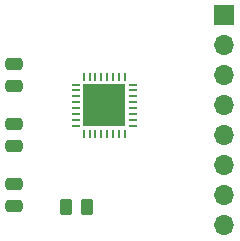
<source format=gts>
%TF.GenerationSoftware,KiCad,Pcbnew,(6.0.7)*%
%TF.CreationDate,2022-08-20T19:22:04-07:00*%
%TF.ProjectId,tpm_board,74706d5f-626f-4617-9264-2e6b69636164,rev?*%
%TF.SameCoordinates,Original*%
%TF.FileFunction,Soldermask,Top*%
%TF.FilePolarity,Negative*%
%FSLAX46Y46*%
G04 Gerber Fmt 4.6, Leading zero omitted, Abs format (unit mm)*
G04 Created by KiCad (PCBNEW (6.0.7)) date 2022-08-20 19:22:04*
%MOMM*%
%LPD*%
G01*
G04 APERTURE LIST*
G04 Aperture macros list*
%AMRoundRect*
0 Rectangle with rounded corners*
0 $1 Rounding radius*
0 $2 $3 $4 $5 $6 $7 $8 $9 X,Y pos of 4 corners*
0 Add a 4 corners polygon primitive as box body*
4,1,4,$2,$3,$4,$5,$6,$7,$8,$9,$2,$3,0*
0 Add four circle primitives for the rounded corners*
1,1,$1+$1,$2,$3*
1,1,$1+$1,$4,$5*
1,1,$1+$1,$6,$7*
1,1,$1+$1,$8,$9*
0 Add four rect primitives between the rounded corners*
20,1,$1+$1,$2,$3,$4,$5,0*
20,1,$1+$1,$4,$5,$6,$7,0*
20,1,$1+$1,$6,$7,$8,$9,0*
20,1,$1+$1,$8,$9,$2,$3,0*%
G04 Aperture macros list end*
%ADD10RoundRect,0.250000X-0.262500X-0.450000X0.262500X-0.450000X0.262500X0.450000X-0.262500X0.450000X0*%
%ADD11RoundRect,0.250000X-0.475000X0.250000X-0.475000X-0.250000X0.475000X-0.250000X0.475000X0.250000X0*%
%ADD12RoundRect,0.250000X0.475000X-0.250000X0.475000X0.250000X-0.475000X0.250000X-0.475000X-0.250000X0*%
%ADD13R,1.700000X1.700000*%
%ADD14O,1.700000X1.700000*%
%ADD15R,0.700000X0.250000*%
%ADD16R,0.250000X0.700000*%
%ADD17R,3.600000X3.600000*%
G04 APERTURE END LIST*
D10*
%TO.C,R1*%
X64259216Y-78737058D03*
X66084216Y-78737058D03*
%TD*%
D11*
%TO.C,C2*%
X59920000Y-71730000D03*
X59920000Y-73630000D03*
%TD*%
D12*
%TO.C,C1*%
X59920000Y-68550000D03*
X59920000Y-66650000D03*
%TD*%
%TO.C,C3*%
X59920000Y-78710000D03*
X59920000Y-76810000D03*
%TD*%
D13*
%TO.C,J1*%
X77700000Y-62520000D03*
D14*
X77700000Y-65060000D03*
X77700000Y-67600000D03*
X77700000Y-70140000D03*
X77700000Y-72680000D03*
X77700000Y-75220000D03*
X77700000Y-77760000D03*
X77700000Y-80300000D03*
%TD*%
D15*
%TO.C,IC1*%
X65140000Y-68390000D03*
X65140000Y-68890000D03*
X65140000Y-69390000D03*
X65140000Y-69890000D03*
X65140000Y-70390000D03*
X65140000Y-70890000D03*
X65140000Y-71390000D03*
X65140000Y-71890000D03*
D16*
X65790000Y-72540000D03*
X66290000Y-72540000D03*
X66790000Y-72540000D03*
X67290000Y-72540000D03*
X67790000Y-72540000D03*
X68290000Y-72540000D03*
X68790000Y-72540000D03*
X69290000Y-72540000D03*
D15*
X69940000Y-71890000D03*
X69940000Y-71390000D03*
X69940000Y-70890000D03*
X69940000Y-70390000D03*
X69940000Y-69890000D03*
X69940000Y-69390000D03*
X69940000Y-68890000D03*
X69940000Y-68390000D03*
D16*
X69290000Y-67740000D03*
X68790000Y-67740000D03*
X68290000Y-67740000D03*
X67790000Y-67740000D03*
X67290000Y-67740000D03*
X66790000Y-67740000D03*
X66290000Y-67740000D03*
X65790000Y-67740000D03*
D17*
X67540000Y-70140000D03*
%TD*%
M02*

</source>
